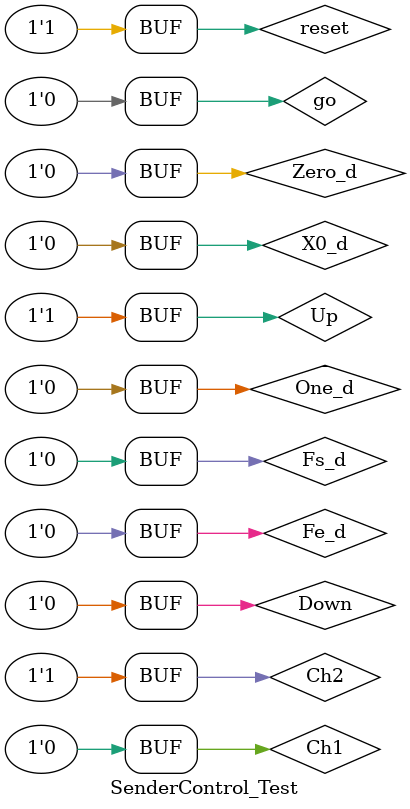
<source format=v>
`timescale 1ns / 1ps


module SenderControl_Test;

	// Inputs
	reg go;
	reg Fs_d;
	reg Ch1;
	reg Ch2;
	reg Up;
	reg Down;
	reg X0_d;
	reg Zero_d;
	reg One_d;
	reg Fe_d;
	reg reset;

	// Outputs
	wire Fs;
	wire Fs_sen;
	wire Zero;
	wire Zero_sen;
	wire One;
	wire One_sen;
	wire X0;
	wire X0_sen;
	wire Fe;
	wire Fe_sen;
	wire A;
	wire B;
	wire C;
	wire D;
	wire E;

	// Instantiate the Unit Under Test (UUT)
	SenderControl uut (
		.go(go), 
		.Fs_d(Fs_d), 
		.Ch1(Ch1), 
		.Ch2(Ch2), 
		.Up(Up), 
		.Down(Down), 
		.X0_d(X0_d), 
		.Zero_d(Zero_d), 
		.One_d(One_d), 
		.Fe_d(Fe_d), 
		.reset(reset), 
		.Fs(Fs), 
		.Fs_sen(Fs_sen), 
		.Zero(Zero), 
		.Zero_sen(Zero_sen), 
		.One(One), 
		.One_sen(One_sen), 
		.X0(X0), 
		.X0_sen(X0_sen), 
		.Fe(Fe), 
		.Fe_sen(Fe_sen), 
		.A(A), 
		.B(B), 
		.C(C), 
		.D(D), 
		.E(E)
	);

	initial begin
		// Initialize Inputs
		go = 0;
		Fs_d = 0;
		Ch1 = 0;
		Ch2 = 0;
		Up = 0;
		Down = 0;
		X0_d = 0;
		Zero_d = 0;
		One_d = 0;
		Fe_d = 0;
		reset = 0;

		// Wait 100 ns for global reset to finish
		#100;
		reset = 1;
		Ch2 = 1;
		Up = 1;
		#100;
		go = 1;
		#100;
		go = 0;
		#100;
		Fs_d = 1;
		#100
		Fs_d = 0;
		#100
		Zero_d = 1;
		#100;
		Zero_d = 0;
		#100;
		X0_d = 1;
		#100;
		X0_d = 0;
		#100;
		One_d = 1;
		#100;
		One_d = 0;
		#100;
		Fe_d = 1;
		#100;
		Fe_d = 0;
		#300;
        
		// Add stimulus here

	end
      
endmodule


</source>
